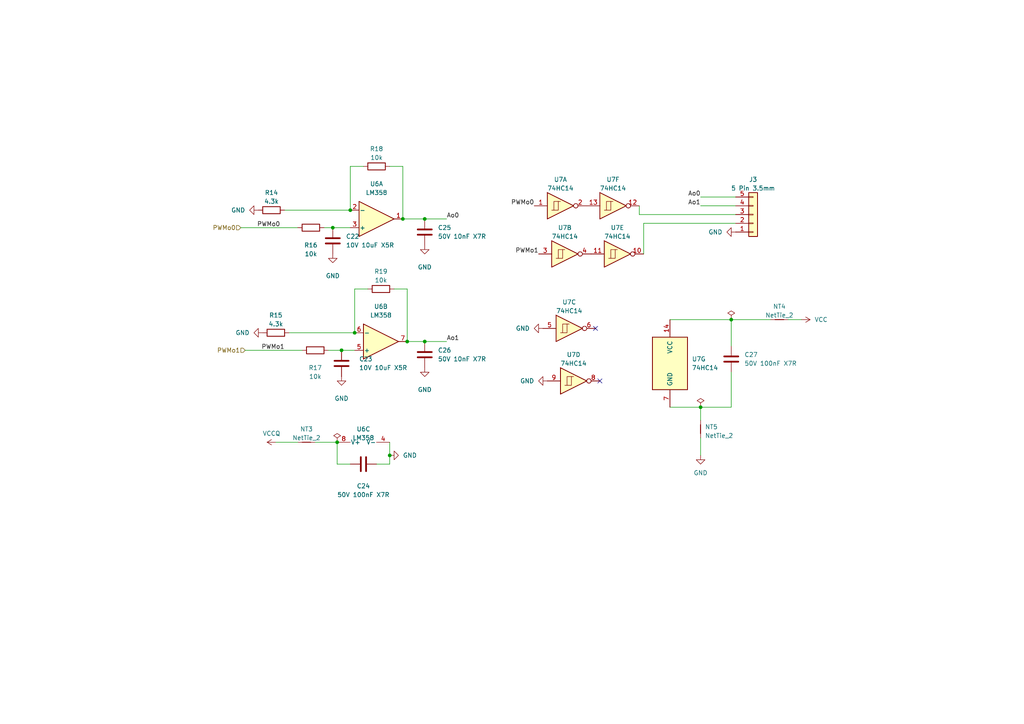
<source format=kicad_sch>
(kicad_sch (version 20230121) (generator eeschema)
  (paper "A4")
  (lib_symbols
    (symbol "74xx:74HC14" (pin_names (offset 1.016))
      (property "Reference" "U" (at 0 1.27 0))
      (property "Value" "74HC14" (at 0 -1.27 0))
      (symbol "74HC14_1_0"
        (polyline (pts (xy -3.81 3.81) (xy -3.81 -3.81) (xy 3.81 0) (xy -3.81 3.81)) (stroke (width 0.254)) (fill (type background)))
        (pin input line (at -7.62 0 0) (length 3.81) (name "~") (number "1"))
        (pin output inverted (at 7.62 0 180) (length 3.81) (name "~") (number "2"))
      )
      (symbol "74HC14_1_1"
        (polyline (pts (xy -1.905 -1.27) (xy -1.905 1.27) (xy -0.635 1.27)))
        (polyline (pts (xy -2.54 -1.27) (xy -0.635 -1.27) (xy -0.635 1.27) (xy 0 1.27)))
      )
      (symbol "74HC14_2_0"
        (polyline (pts (xy -3.81 3.81) (xy -3.81 -3.81) (xy 3.81 0) (xy -3.81 3.81)) (stroke (width 0.254)) (fill (type background)))
        (pin input line (at -7.62 0 0) (length 3.81) (name "~") (number "3"))
        (pin output inverted (at 7.62 0 180) (length 3.81) (name "~") (number "4"))
      )
      (symbol "74HC14_2_1"
        (polyline (pts (xy -1.905 -1.27) (xy -1.905 1.27) (xy -0.635 1.27)))
        (polyline (pts (xy -2.54 -1.27) (xy -0.635 -1.27) (xy -0.635 1.27) (xy 0 1.27)))
      )
      (symbol "74HC14_3_0"
        (polyline (pts (xy -3.81 3.81) (xy -3.81 -3.81) (xy 3.81 0) (xy -3.81 3.81)) (stroke (width 0.254)) (fill (type background)))
        (pin input line (at -7.62 0 0) (length 3.81) (name "~") (number "5"))
        (pin output inverted (at 7.62 0 180) (length 3.81) (name "~") (number "6"))
      )
      (symbol "74HC14_3_1"
        (polyline (pts (xy -1.905 -1.27) (xy -1.905 1.27) (xy -0.635 1.27)))
        (polyline (pts (xy -2.54 -1.27) (xy -0.635 -1.27) (xy -0.635 1.27) (xy 0 1.27)))
      )
      (symbol "74HC14_4_0"
        (polyline (pts (xy -3.81 3.81) (xy -3.81 -3.81) (xy 3.81 0) (xy -3.81 3.81)) (stroke (width 0.254)) (fill (type background)))
        (pin output inverted (at 7.62 0 180) (length 3.81) (name "~") (number "8"))
        (pin input line (at -7.62 0 0) (length 3.81) (name "~") (number "9"))
      )
      (symbol "74HC14_4_1"
        (polyline (pts (xy -1.905 -1.27) (xy -1.905 1.27) (xy -0.635 1.27)))
        (polyline (pts (xy -2.54 -1.27) (xy -0.635 -1.27) (xy -0.635 1.27) (xy 0 1.27)))
      )
      (symbol "74HC14_5_0"
        (polyline (pts (xy -3.81 3.81) (xy -3.81 -3.81) (xy 3.81 0) (xy -3.81 3.81)) (stroke (width 0.254)) (fill (type background)))
        (pin output inverted (at 7.62 0 180) (length 3.81) (name "~") (number "10"))
        (pin input line (at -7.62 0 0) (length 3.81) (name "~") (number "11"))
      )
      (symbol "74HC14_5_1"
        (polyline (pts (xy -1.905 -1.27) (xy -1.905 1.27) (xy -0.635 1.27)))
        (polyline (pts (xy -2.54 -1.27) (xy -0.635 -1.27) (xy -0.635 1.27) (xy 0 1.27)))
      )
      (symbol "74HC14_6_0"
        (polyline (pts (xy -3.81 3.81) (xy -3.81 -3.81) (xy 3.81 0) (xy -3.81 3.81)) (stroke (width 0.254)) (fill (type background)))
        (pin output inverted (at 7.62 0 180) (length 3.81) (name "~") (number "12"))
        (pin input line (at -7.62 0 0) (length 3.81) (name "~") (number "13"))
      )
      (symbol "74HC14_6_1"
        (polyline (pts (xy -1.905 -1.27) (xy -1.905 1.27) (xy -0.635 1.27)))
        (polyline (pts (xy -2.54 -1.27) (xy -0.635 -1.27) (xy -0.635 1.27) (xy 0 1.27)))
      )
      (symbol "74HC14_7_0"
        (pin power_in line (at 0 12.7 270) (length 5.08) (name "VCC") (number "14"))
        (pin power_in line (at 0 -12.7 90) (length 5.08) (name "GND") (number "7"))
      )
      (symbol "74HC14_7_1"
        (rectangle (start -5.08 7.62) (end 5.08 -7.62) (stroke (width 0.254)) (fill (type background)))
      )
    )
    (symbol "Amplifier_Operational:LM358" (pin_names (offset 0.127))
      (property "Reference" "U" (at 0 5.08 0))
      (property "Value" "LM358" (at 0 -5.08 0))
      (symbol "LM358_1_1"
        (polyline (pts (xy -5.08 5.08) (xy 5.08 0) (xy -5.08 -5.08) (xy -5.08 5.08)) (stroke (width 0.254)) (fill (type background)))
        (pin output line (at 7.62 0 180) (length 2.54) (name "~") (number "1"))
        (pin input line (at -7.62 -2.54 0) (length 2.54) (name "-") (number "2"))
        (pin input line (at -7.62 2.54 0) (length 2.54) (name "+") (number "3"))
      )
      (symbol "LM358_2_1"
        (polyline (pts (xy -5.08 5.08) (xy 5.08 0) (xy -5.08 -5.08) (xy -5.08 5.08)) (stroke (width 0.254)) (fill (type background)))
        (pin input line (at -7.62 2.54 0) (length 2.54) (name "+") (number "5"))
        (pin input line (at -7.62 -2.54 0) (length 2.54) (name "-") (number "6"))
        (pin output line (at 7.62 0 180) (length 2.54) (name "~") (number "7"))
      )
      (symbol "LM358_3_1"
        (pin power_in line (at -2.54 -7.62 90) (length 3.81) (name "V-") (number "4"))
        (pin power_in line (at -2.54 7.62 270) (length 3.81) (name "V+") (number "8"))
      )
    )
    (symbol "Connector_Generic:Conn_01x05" (pin_names (offset 1.016) hide)
      (property "Reference" "J" (at 0 7.62 0))
      (property "Value" "Conn_01x05" (at 0 -7.62 0))
      (symbol "Conn_01x05_1_1"
        (rectangle (start -1.27 -4.953) (end 0 -5.207) (stroke (width 0.1524)))
        (rectangle (start -1.27 -2.413) (end 0 -2.667) (stroke (width 0.1524)))
        (rectangle (start -1.27 0.127) (end 0 -0.127) (stroke (width 0.1524)))
        (rectangle (start -1.27 2.667) (end 0 2.413) (stroke (width 0.1524)))
        (rectangle (start -1.27 5.207) (end 0 4.953) (stroke (width 0.1524)))
        (rectangle (start -1.27 6.35) (end 1.27 -6.35) (stroke (width 0.254)) (fill (type background)))
        (pin passive line (at -5.08 5.08 0) (length 3.81) (name "Pin_1") (number "1"))
        (pin passive line (at -5.08 2.54 0) (length 3.81) (name "Pin_2") (number "2"))
        (pin passive line (at -5.08 0 0) (length 3.81) (name "Pin_3") (number "3"))
        (pin passive line (at -5.08 -2.54 0) (length 3.81) (name "Pin_4") (number "4"))
        (pin passive line (at -5.08 -5.08 0) (length 3.81) (name "Pin_5") (number "5"))
      )
    )
    (symbol "Device:C" (pin_numbers hide) (pin_names (offset 0.254))
      (property "Reference" "C" (at 0.635 2.54 0))
      (property "Value" "C" (at 0.635 -2.54 0))
      (symbol "C_0_1"
        (polyline (pts (xy -2.032 -0.762) (xy 2.032 -0.762)) (stroke (width 0.508)))
        (polyline (pts (xy -2.032 0.762) (xy 2.032 0.762)) (stroke (width 0.508)))
      )
      (symbol "C_1_1"
        (pin passive line (at 0 3.81 270) (length 2.794) (name "~") (number "1"))
        (pin passive line (at 0 -3.81 90) (length 2.794) (name "~") (number "2"))
      )
    )
    (symbol "Device:NetTie_2" (pin_numbers hide) (pin_names (offset 0) hide) (in_bom no)
      (property "Reference" "NT" (at 0 1.27 0))
      (property "Value" "NetTie_2" (at 0 -1.27 0))
      (symbol "NetTie_2_0_1"
        (polyline (pts (xy -1.27 0) (xy 1.27 0)) (stroke (width 0.254)))
      )
      (symbol "NetTie_2_1_1"
        (pin passive line (at -2.54 0 0) (length 2.54) (name "1") (number "1"))
        (pin passive line (at 2.54 0 180) (length 2.54) (name "2") (number "2"))
      )
    )
    (symbol "Device:R" (pin_numbers hide) (pin_names (offset 0))
      (property "Reference" "R" (at 2.032 0 90))
      (property "Value" "R" (at 0 0 90))
      (symbol "R_0_1"
        (rectangle (start -1.016 -2.54) (end 1.016 2.54) (stroke (width 0.254)))
      )
      (symbol "R_1_1"
        (pin passive line (at 0 3.81 270) (length 1.27) (name "~") (number "1"))
        (pin passive line (at 0 -3.81 90) (length 1.27) (name "~") (number "2"))
      )
    )
    (symbol "power:GND" (power) (pin_names (offset 0))
      (property "Value" "GND" (at 0 -3.81 0))
      (symbol "GND_0_1"
        (polyline (pts (xy 0 0) (xy 0 -1.27) (xy 1.27 -1.27) (xy 0 -2.54) (xy -1.27 -1.27) (xy 0 -1.27)))
      )
      (symbol "GND_1_1"
        (pin power_in line (at 0 0 270) (length 0) hide (name "GND") (number "1"))
      )
    )
    (symbol "power:PWR_FLAG" (power) (pin_numbers hide) (pin_names (offset 0) hide)
      (property "Value" "PWR_FLAG" (at 0 3.81 0))
      (symbol "PWR_FLAG_0_0"
        (pin power_out line (at 0 0 90) (length 0) (name "pwr") (number "1"))
      )
      (symbol "PWR_FLAG_0_1"
        (polyline (pts (xy 0 0) (xy 0 1.27) (xy -1.016 1.905) (xy 0 2.54) (xy 1.016 1.905) (xy 0 1.27)))
      )
    )
    (symbol "power:VCC" (power) (pin_names (offset 0))
      (property "Value" "VCC" (at 0 3.81 0))
      (symbol "VCC_0_1"
        (polyline (pts (xy -0.762 1.27) (xy 0 2.54)))
        (polyline (pts (xy 0 0) (xy 0 2.54)))
        (polyline (pts (xy 0 2.54) (xy 0.762 1.27)))
      )
      (symbol "VCC_1_1"
        (pin power_in line (at 0 0 90) (length 0) hide (name "VCC") (number "1"))
      )
    )
    (symbol "power:VCCQ" (power) (pin_names (offset 0))
      (property "Value" "VCCQ" (at 0 3.81 0))
      (symbol "VCCQ_0_1"
        (polyline (pts (xy -0.762 1.27) (xy 0 2.54)))
        (polyline (pts (xy 0 0) (xy 0 2.54)))
        (polyline (pts (xy 0 2.54) (xy 0.762 1.27)))
      )
      (symbol "VCCQ_1_1"
        (pin power_in line (at 0 0 90) (length 0) hide (name "VCCQ") (number "1"))
      )
    )
  )
  (junction (at 113.03 132.08))
  (junction (at 96.52 66.04))
  (junction (at 102.87 96.52))
  (junction (at 118.11 99.06))
  (junction (at 212.09 92.71))
  (junction (at 123.19 63.5))
  (junction (at 116.84 63.5))
  (junction (at 101.6 60.96))
  (junction (at 123.19 99.06))
  (junction (at 97.79 128.27))
  (junction (at 203.2 118.11))
  (junction (at 99.06 101.6))
  (no_connect (at 172.72 95.25))
  (no_connect (at 173.99 110.49))
  (wire (pts (xy 212.09 107.95) (xy 212.09 118.11)))
  (wire (pts (xy 71.12 101.6) (xy 87.63 101.6)))
  (wire (pts (xy 96.52 66.04) (xy 101.6 66.04)))
  (wire (pts (xy 223.52 92.71) (xy 212.09 92.71)))
  (wire (pts (xy 113.03 132.08) (xy 113.03 134.62)))
  (wire (pts (xy 129.54 99.06) (xy 123.19 99.06)))
  (wire (pts (xy 116.84 48.26) (xy 116.84 63.5)))
  (wire (pts (xy 95.25 101.6) (xy 99.06 101.6)))
  (wire (pts (xy 93.98 66.04) (xy 96.52 66.04)))
  (wire (pts (xy 203.2 121.92) (xy 203.2 118.11)))
  (wire (pts (xy 69.85 66.04) (xy 86.36 66.04)))
  (wire (pts (xy 213.36 64.77) (xy 186.69 64.77)))
  (wire (pts (xy 185.42 62.23) (xy 185.42 59.69)))
  (wire (pts (xy 185.42 62.23) (xy 213.36 62.23)))
  (wire (pts (xy 106.68 83.82) (xy 102.87 83.82)))
  (wire (pts (xy 102.87 83.82) (xy 102.87 96.52)))
  (wire (pts (xy 194.31 92.71) (xy 212.09 92.71)))
  (wire (pts (xy 97.79 134.62) (xy 97.79 128.27)))
  (wire (pts (xy 83.82 96.52) (xy 102.87 96.52)))
  (wire (pts (xy 105.41 48.26) (xy 101.6 48.26)))
  (wire (pts (xy 99.06 101.6) (xy 102.87 101.6)))
  (wire (pts (xy 80.01 128.27) (xy 86.36 128.27)))
  (wire (pts (xy 212.09 118.11) (xy 203.2 118.11)))
  (wire (pts (xy 186.69 64.77) (xy 186.69 73.66)))
  (wire (pts (xy 203.2 57.15) (xy 213.36 57.15)))
  (wire (pts (xy 203.2 132.08) (xy 203.2 127)))
  (wire (pts (xy 203.2 59.69) (xy 213.36 59.69)))
  (wire (pts (xy 113.03 128.27) (xy 113.03 132.08)))
  (wire (pts (xy 113.03 134.62) (xy 109.22 134.62)))
  (wire (pts (xy 101.6 48.26) (xy 101.6 60.96)))
  (wire (pts (xy 232.41 92.71) (xy 228.6 92.71)))
  (wire (pts (xy 91.44 128.27) (xy 97.79 128.27)))
  (wire (pts (xy 123.19 99.06) (xy 118.11 99.06)))
  (wire (pts (xy 212.09 92.71) (xy 212.09 100.33)))
  (wire (pts (xy 101.6 134.62) (xy 97.79 134.62)))
  (wire (pts (xy 82.55 60.96) (xy 101.6 60.96)))
  (wire (pts (xy 113.03 48.26) (xy 116.84 48.26)))
  (wire (pts (xy 129.54 63.5) (xy 123.19 63.5)))
  (wire (pts (xy 114.3 83.82) (xy 118.11 83.82)))
  (wire (pts (xy 203.2 118.11) (xy 194.31 118.11)))
  (wire (pts (xy 118.11 83.82) (xy 118.11 99.06)))
  (wire (pts (xy 123.19 63.5) (xy 116.84 63.5)))
  (label "PWMo0" (at 81.28 66.04 180))
  (label "PWMo0" (at 154.94 59.69 180))
  (label "PWMo1" (at 156.21 73.66 180))
  (label "Ao1" (at 203.2 59.69 180))
  (label "Ao1" (at 129.54 99.06 0))
  (label "PWMo1" (at 82.55 101.6 180))
  (label "Ao0" (at 129.54 63.5 0))
  (label "Ao0" (at 203.2 57.15 180))
  (hierarchical_label "PWMo1" (shape input) (at 71.12 101.6 180))
  (hierarchical_label "PWMo0" (shape input) (at 69.85 66.04 180))
  (symbol (lib_id "power:GND") (at 113.03 132.08 90) (mirror x) (unit 1)
    (property "Reference" "#PWR086" (effects hide))
    (property "Value" "GND" (at 116.84 132.0799 90) (effects (justify right)))
  )
  (symbol (lib_id "Device:C") (at 123.19 102.87 0) (unit 1)
    (property "Reference" "C26" (at 127 101.5999 0) (effects (justify left)))
    (property "Value" "50V 10nF X7R" (at 127 104.1399 0) (effects (justify left)))
    (property "Footprint" "Capacitor_SMD:C_0603_1608Metric" (effects hide))
    (property "LCSC" "C57112" (effects hide))
  )
  (symbol (lib_id "Device:R") (at 109.22 48.26 90) (unit 1)
    (property "Reference" "R18" (at 109.22 43.18 90))
    (property "Value" "10k" (at 109.22 45.72 90))
    (property "Footprint" "Resistor_SMD:R_0603_1608Metric" (effects hide))
    (property "LCSC" "C25804" (effects hide))
  )
  (symbol (lib_id "Amplifier_Operational:LM358") (at 109.22 63.5 0) (mirror x) (unit 1)
    (property "Reference" "U6" (at 109.22 53.34 0))
    (property "Value" "LM358" (at 109.22 55.88 0))
    (property "Footprint" "Package_SO:SOIC-8_3.9x4.9mm_P1.27mm" (effects hide))
    (property "Datasheet" "http://www.ti.com/lit/ds/symlink/lm2904-n.pdf" (effects hide))
    (property "LCSC" "C7950" (effects hide))
    (property "JLCPCB Rotation Offset" "-90" (effects hide))
  )
  (symbol (lib_id "Device:NetTie_2") (at 226.06 92.71 180) (unit 1) (in_bom no)
    (property "Reference" "NT4" (at 226.06 88.9 0))
    (property "Value" "NetTie_2" (at 226.06 91.44 0))
    (property "Footprint" "NetTie:NetTie-2_SMD_Pad0.5mm" (effects hide))
  )
  (symbol (lib_id "power:GND") (at 96.52 73.66 0) (mirror y) (unit 1)
    (property "Reference" "#PWR084" (effects hide))
    (property "Value" "GND" (at 96.52 80.01 0))
  )
  (symbol (lib_id "74xx:74HC14") (at 194.31 105.41 0) (unit 7)
    (property "Reference" "U7" (at 200.66 104.1399 0) (effects (justify left)))
    (property "Value" "74HC14" (at 200.66 106.6799 0) (effects (justify left)))
    (property "Footprint" "Package_SO:SOIC-14_3.9x8.7mm_P1.27mm" (effects hide))
    (property "Datasheet" "http://www.ti.com/lit/gpn/sn74HC14" (effects hide))
    (property "LCSC" "C5605" (effects hide))
    (property "JLCPCB Rotation Offset" "-90" (effects hide))
  )
  (symbol (lib_id "Device:R") (at 91.44 101.6 90) (unit 1)
    (property "Reference" "R17" (at 91.44 106.68 90))
    (property "Value" "10k" (at 91.44 109.22 90))
    (property "Footprint" "Resistor_SMD:R_0603_1608Metric" (effects hide))
    (property "LCSC" "C25804" (effects hide))
  )
  (symbol (lib_id "power:GND") (at 76.2 96.52 270) (mirror x) (unit 1)
    (property "Reference" "#PWR081" (effects hide))
    (property "Value" "GND" (at 72.39 96.5199 90) (effects (justify right)))
  )
  (symbol (lib_id "Device:R") (at 110.49 83.82 90) (unit 1)
    (property "Reference" "R19" (at 110.49 78.74 90))
    (property "Value" "10k" (at 110.49 81.28 90))
    (property "Footprint" "Resistor_SMD:R_0603_1608Metric" (effects hide))
    (property "LCSC" "C25804" (effects hide))
  )
  (symbol (lib_id "power:VCC") (at 232.41 92.71 270) (unit 1)
    (property "Reference" "#PWR0148" (effects hide))
    (property "Value" "VCC" (at 236.22 92.7099 90) (effects (justify left)))
  )
  (symbol (lib_id "power:GND") (at 123.19 71.12 0) (mirror y) (unit 1)
    (property "Reference" "#PWR087" (effects hide))
    (property "Value" "GND" (at 123.19 77.47 0))
  )
  (symbol (lib_id "Device:R") (at 78.74 60.96 90) (unit 1)
    (property "Reference" "R14" (at 78.74 55.88 90))
    (property "Value" "4.3k" (at 78.74 58.42 90))
    (property "Footprint" "Resistor_SMD:R_0603_1608Metric" (effects hide))
    (property "LCSC" "C23159" (effects hide))
  )
  (symbol (lib_id "Device:C") (at 123.19 67.31 0) (unit 1)
    (property "Reference" "C25" (at 127 66.0399 0) (effects (justify left)))
    (property "Value" "50V 10nF X7R" (at 127 68.5799 0) (effects (justify left)))
    (property "Footprint" "Capacitor_SMD:C_0603_1608Metric" (effects hide))
    (property "LCSC" "C57112" (effects hide))
  )
  (symbol (lib_id "Device:NetTie_2") (at 88.9 128.27 180) (unit 1) (in_bom no)
    (property "Reference" "NT3" (at 88.9 124.46 0))
    (property "Value" "NetTie_2" (at 88.9 127 0))
    (property "Footprint" "NetTie:NetTie-2_SMD_Pad0.5mm" (effects hide))
  )
  (symbol (lib_id "Amplifier_Operational:LM358") (at 110.49 99.06 0) (mirror x) (unit 2)
    (property "Reference" "U6" (at 110.49 88.9 0))
    (property "Value" "LM358" (at 110.49 91.44 0))
    (property "Footprint" "Package_SO:SOIC-8_3.9x4.9mm_P1.27mm" (effects hide))
    (property "Datasheet" "http://www.ti.com/lit/ds/symlink/lm2904-n.pdf" (effects hide))
    (property "LCSC" "C7950" (effects hide))
    (property "JLCPCB Rotation Offset" "-90" (effects hide))
  )
  (symbol (lib_id "power:GND") (at 213.36 67.31 270) (mirror x) (unit 1)
    (property "Reference" "#PWR090" (effects hide))
    (property "Value" "GND" (at 209.55 67.3099 90) (effects (justify right)))
  )
  (symbol (lib_id "Device:R") (at 80.01 96.52 90) (unit 1)
    (property "Reference" "R15" (at 80.01 91.44 90))
    (property "Value" "4.3k" (at 80.01 93.98 90))
    (property "Footprint" "Resistor_SMD:R_0603_1608Metric" (effects hide))
    (property "LCSC" "C23159" (effects hide))
  )
  (symbol (lib_id "74xx:74HC14") (at 179.07 73.66 0) (unit 5)
    (property "Reference" "U7" (at 179.07 66.04 0))
    (property "Value" "74HC14" (at 179.07 68.58 0))
    (property "Footprint" "Package_SO:SOIC-14_3.9x8.7mm_P1.27mm" (effects hide))
    (property "Datasheet" "http://www.ti.com/lit/gpn/sn74HC14" (effects hide))
    (property "LCSC" "C5605" (effects hide))
    (property "JLCPCB Rotation Offset" "-90" (effects hide))
  )
  (symbol (lib_id "Device:NetTie_2") (at 203.2 124.46 270) (unit 1) (in_bom no)
    (property "Reference" "NT5" (at 204.47 123.825 90) (effects (justify left)))
    (property "Value" "NetTie_2" (at 204.47 126.365 90) (effects (justify left)))
    (property "Footprint" "NetTie:NetTie-2_SMD_Pad0.5mm" (effects hide))
  )
  (symbol (lib_id "power:GND") (at 158.75 110.49 270) (mirror x) (unit 1)
    (property "Reference" "#PWR0143" (effects hide))
    (property "Value" "GND" (at 154.94 110.4899 90) (effects (justify right)))
  )
  (symbol (lib_id "power:PWR_FLAG") (at 203.2 118.11 0) (unit 1)
    (property "Reference" "#FLG05" (effects hide))
    (property "Value" "PWR_FLAG" (effects hide))
  )
  (symbol (lib_id "power:VCCQ") (at 80.01 128.27 90) (unit 1)
    (property "Reference" "#PWR083" (effects hide))
    (property "Value" "VCCQ" (at 78.74 125.73 90))
  )
  (symbol (lib_id "Device:C") (at 96.52 69.85 0) (unit 1)
    (property "Reference" "C22" (at 100.33 68.5799 0) (effects (justify left)))
    (property "Value" "10V 10uF X5R" (at 100.33 71.1199 0) (effects (justify left)))
    (property "Footprint" "Capacitor_SMD:C_0603_1608Metric" (effects hide))
    (property "LCSC" "C19702" (effects hide))
  )
  (symbol (lib_id "74xx:74HC14") (at 177.8 59.69 0) (unit 6)
    (property "Reference" "U7" (at 177.8 52.07 0))
    (property "Value" "74HC14" (at 177.8 54.61 0))
    (property "Footprint" "Package_SO:SOIC-14_3.9x8.7mm_P1.27mm" (effects hide))
    (property "Datasheet" "http://www.ti.com/lit/gpn/sn74HC14" (effects hide))
    (property "LCSC" "C5605" (effects hide))
    (property "JLCPCB Rotation Offset" "-90" (effects hide))
  )
  (symbol (lib_id "74xx:74HC14") (at 163.83 73.66 0) (unit 2)
    (property "Reference" "U7" (at 163.83 66.04 0))
    (property "Value" "74HC14" (at 163.83 68.58 0))
    (property "Footprint" "Package_SO:SOIC-14_3.9x8.7mm_P1.27mm" (effects hide))
    (property "Datasheet" "http://www.ti.com/lit/gpn/sn74HC14" (effects hide))
    (property "LCSC" "C5605" (effects hide))
    (property "JLCPCB Rotation Offset" "-90" (effects hide))
  )
  (symbol (lib_id "74xx:74HC14") (at 162.56 59.69 0) (unit 1)
    (property "Reference" "U7" (at 162.56 52.07 0))
    (property "Value" "74HC14" (at 162.56 54.61 0))
    (property "Footprint" "Package_SO:SOIC-14_3.9x8.7mm_P1.27mm" (effects hide))
    (property "Datasheet" "http://www.ti.com/lit/gpn/sn74HC14" (effects hide))
    (property "LCSC" "C5605" (effects hide))
    (property "JLCPCB Rotation Offset" "-90" (effects hide))
  )
  (symbol (lib_id "power:PWR_FLAG") (at 212.09 92.71 0) (unit 1)
    (property "Reference" "#FLG0115" (effects hide))
    (property "Value" "PWR_FLAG" (effects hide))
  )
  (symbol (lib_id "Amplifier_Operational:LM358") (at 105.41 125.73 90) (unit 3)
    (property "Reference" "U6" (at 105.41 124.46 90))
    (property "Value" "LM358" (at 105.41 127 90))
    (property "Footprint" "Package_SO:SOIC-8_3.9x4.9mm_P1.27mm" (effects hide))
    (property "Datasheet" "http://www.ti.com/lit/ds/symlink/lm2904-n.pdf" (effects hide))
    (property "LCSC" "C7950" (effects hide))
    (property "JLCPCB Rotation Offset" "-90" (effects hide))
  )
  (symbol (lib_id "Connector_Generic:Conn_01x05") (at 218.44 62.23 0) (mirror x) (unit 1)
    (property "Reference" "J3" (at 218.44 52.07 0))
    (property "Value" "5 Pin 3.5mm" (at 218.44 54.61 0))
    (property "Footprint" "Connector_Phoenix_MC:PhoenixContact_MC_1,5_5-G-3.5_1x05_P3.50mm_Horizontal" (effects hide))
    (property "LCSC" "C136655" (effects hide))
  )
  (symbol (lib_id "Device:C") (at 105.41 134.62 90) (unit 1)
    (property "Reference" "C24" (at 105.41 140.97 90))
    (property "Value" "50V 100nF X7R" (at 105.41 143.51 90))
    (property "Footprint" "Capacitor_SMD:C_0603_1608Metric" (effects hide))
    (property "LCSC" "C14663" (effects hide))
  )
  (symbol (lib_id "74xx:74HC14") (at 166.37 110.49 0) (unit 4)
    (property "Reference" "U7" (at 166.37 102.87 0))
    (property "Value" "74HC14" (at 166.37 105.41 0))
    (property "Footprint" "Package_SO:SOIC-14_3.9x8.7mm_P1.27mm" (effects hide))
    (property "Datasheet" "http://www.ti.com/lit/gpn/sn74HC14" (effects hide))
    (property "LCSC" "C5605" (effects hide))
    (property "JLCPCB Rotation Offset" "-90" (effects hide))
  )
  (symbol (lib_id "power:GND") (at 74.93 60.96 270) (mirror x) (unit 1)
    (property "Reference" "#PWR082" (effects hide))
    (property "Value" "GND" (at 71.12 60.9599 90) (effects (justify right)))
  )
  (symbol (lib_id "Device:R") (at 90.17 66.04 90) (unit 1)
    (property "Reference" "R16" (at 90.17 71.12 90))
    (property "Value" "10k" (at 90.17 73.66 90))
    (property "Footprint" "Resistor_SMD:R_0603_1608Metric" (effects hide))
    (property "LCSC" "C25804" (effects hide))
  )
  (symbol (lib_id "power:GND") (at 203.2 132.08 0) (mirror y) (unit 1)
    (property "Reference" "#PWR089" (effects hide))
    (property "Value" "GND" (at 203.2 137.16 0))
  )
  (symbol (lib_id "power:PWR_FLAG") (at 97.79 128.27 0) (unit 1)
    (property "Reference" "#FLG0116" (effects hide))
    (property "Value" "PWR_FLAG" (effects hide))
  )
  (symbol (lib_id "Device:C") (at 99.06 105.41 0) (unit 1)
    (property "Reference" "C23" (at 104.14 104.1399 0) (effects (justify left)))
    (property "Value" "10V 10uF X5R" (at 104.14 106.6799 0) (effects (justify left)))
    (property "Footprint" "Capacitor_SMD:C_0603_1608Metric" (effects hide))
    (property "LCSC" "C19702" (effects hide))
  )
  (symbol (lib_id "power:GND") (at 99.06 109.22 0) (mirror y) (unit 1)
    (property "Reference" "#PWR085" (effects hide))
    (property "Value" "GND" (at 99.06 115.57 0))
  )
  (symbol (lib_id "power:GND") (at 123.19 106.68 0) (mirror y) (unit 1)
    (property "Reference" "#PWR088" (effects hide))
    (property "Value" "GND" (at 123.19 113.03 0))
  )
  (symbol (lib_id "power:GND") (at 157.48 95.25 270) (mirror x) (unit 1)
    (property "Reference" "#PWR0142" (effects hide))
    (property "Value" "GND" (at 153.67 95.2499 90) (effects (justify right)))
  )
  (symbol (lib_id "74xx:74HC14") (at 165.1 95.25 0) (unit 3)
    (property "Reference" "U7" (at 165.1 87.63 0))
    (property "Value" "74HC14" (at 165.1 90.17 0))
    (property "Footprint" "Package_SO:SOIC-14_3.9x8.7mm_P1.27mm" (effects hide))
    (property "Datasheet" "http://www.ti.com/lit/gpn/sn74HC14" (effects hide))
    (property "LCSC" "C5605" (effects hide))
    (property "JLCPCB Rotation Offset" "-90" (effects hide))
  )
  (symbol (lib_id "Device:C") (at 212.09 104.14 180) (unit 1)
    (property "Reference" "C27" (at 215.9 102.8699 0) (effects (justify right)))
    (property "Value" "50V 100nF X7R" (at 215.9 105.4099 0) (effects (justify right)))
    (property "Footprint" "Capacitor_SMD:C_0603_1608Metric" (effects hide))
    (property "LCSC" "C14663" (effects hide))
  )
)
</source>
